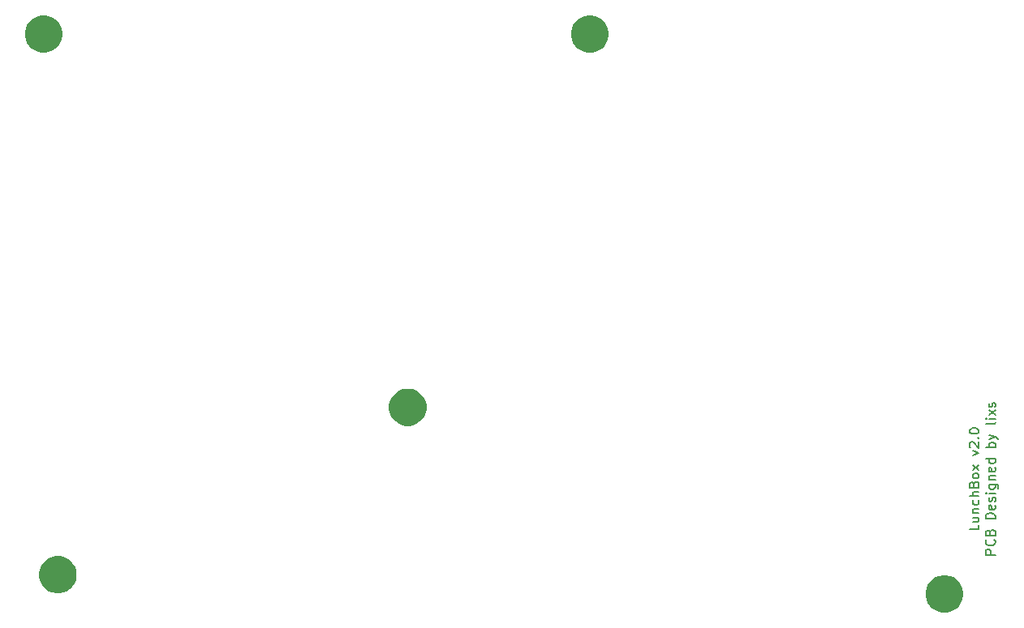
<source format=gbr>
G04 #@! TF.GenerationSoftware,KiCad,Pcbnew,(5.1.2)-2*
G04 #@! TF.CreationDate,2020-04-16T23:42:25+09:00*
G04 #@! TF.ProjectId,17mm topplate,31376d6d-2074-46f7-9070-6c6174652e6b,rev?*
G04 #@! TF.SameCoordinates,Original*
G04 #@! TF.FileFunction,Soldermask,Top*
G04 #@! TF.FilePolarity,Negative*
%FSLAX46Y46*%
G04 Gerber Fmt 4.6, Leading zero omitted, Abs format (unit mm)*
G04 Created by KiCad (PCBNEW (5.1.2)-2) date 2020-04-16 23:42:25*
%MOMM*%
%LPD*%
G04 APERTURE LIST*
%ADD10C,0.200000*%
%ADD11C,0.100000*%
G04 APERTURE END LIST*
D10*
X197102380Y-126785714D02*
X197102380Y-127261904D01*
X196102380Y-127261904D01*
X196435714Y-126023809D02*
X197102380Y-126023809D01*
X196435714Y-126452380D02*
X196959523Y-126452380D01*
X197054761Y-126404761D01*
X197102380Y-126309523D01*
X197102380Y-126166666D01*
X197054761Y-126071428D01*
X197007142Y-126023809D01*
X196435714Y-125547619D02*
X197102380Y-125547619D01*
X196530952Y-125547619D02*
X196483333Y-125500000D01*
X196435714Y-125404761D01*
X196435714Y-125261904D01*
X196483333Y-125166666D01*
X196578571Y-125119047D01*
X197102380Y-125119047D01*
X197054761Y-124214285D02*
X197102380Y-124309523D01*
X197102380Y-124500000D01*
X197054761Y-124595238D01*
X197007142Y-124642857D01*
X196911904Y-124690476D01*
X196626190Y-124690476D01*
X196530952Y-124642857D01*
X196483333Y-124595238D01*
X196435714Y-124500000D01*
X196435714Y-124309523D01*
X196483333Y-124214285D01*
X197102380Y-123785714D02*
X196102380Y-123785714D01*
X197102380Y-123357142D02*
X196578571Y-123357142D01*
X196483333Y-123404761D01*
X196435714Y-123500000D01*
X196435714Y-123642857D01*
X196483333Y-123738095D01*
X196530952Y-123785714D01*
X196578571Y-122547619D02*
X196626190Y-122404761D01*
X196673809Y-122357142D01*
X196769047Y-122309523D01*
X196911904Y-122309523D01*
X197007142Y-122357142D01*
X197054761Y-122404761D01*
X197102380Y-122500000D01*
X197102380Y-122880952D01*
X196102380Y-122880952D01*
X196102380Y-122547619D01*
X196150000Y-122452380D01*
X196197619Y-122404761D01*
X196292857Y-122357142D01*
X196388095Y-122357142D01*
X196483333Y-122404761D01*
X196530952Y-122452380D01*
X196578571Y-122547619D01*
X196578571Y-122880952D01*
X197102380Y-121738095D02*
X197054761Y-121833333D01*
X197007142Y-121880952D01*
X196911904Y-121928571D01*
X196626190Y-121928571D01*
X196530952Y-121880952D01*
X196483333Y-121833333D01*
X196435714Y-121738095D01*
X196435714Y-121595238D01*
X196483333Y-121500000D01*
X196530952Y-121452380D01*
X196626190Y-121404761D01*
X196911904Y-121404761D01*
X197007142Y-121452380D01*
X197054761Y-121500000D01*
X197102380Y-121595238D01*
X197102380Y-121738095D01*
X197102380Y-121071428D02*
X196435714Y-120547619D01*
X196435714Y-121071428D02*
X197102380Y-120547619D01*
X196435714Y-119500000D02*
X197102380Y-119261904D01*
X196435714Y-119023809D01*
X196197619Y-118690476D02*
X196150000Y-118642857D01*
X196102380Y-118547619D01*
X196102380Y-118309523D01*
X196150000Y-118214285D01*
X196197619Y-118166666D01*
X196292857Y-118119047D01*
X196388095Y-118119047D01*
X196530952Y-118166666D01*
X197102380Y-118738095D01*
X197102380Y-118119047D01*
X197007142Y-117690476D02*
X197054761Y-117642857D01*
X197102380Y-117690476D01*
X197054761Y-117738095D01*
X197007142Y-117690476D01*
X197102380Y-117690476D01*
X196102380Y-117023809D02*
X196102380Y-116928571D01*
X196150000Y-116833333D01*
X196197619Y-116785714D01*
X196292857Y-116738095D01*
X196483333Y-116690476D01*
X196721428Y-116690476D01*
X196911904Y-116738095D01*
X197007142Y-116785714D01*
X197054761Y-116833333D01*
X197102380Y-116928571D01*
X197102380Y-117023809D01*
X197054761Y-117119047D01*
X197007142Y-117166666D01*
X196911904Y-117214285D01*
X196721428Y-117261904D01*
X196483333Y-117261904D01*
X196292857Y-117214285D01*
X196197619Y-117166666D01*
X196150000Y-117119047D01*
X196102380Y-117023809D01*
X198802380Y-129904761D02*
X197802380Y-129904761D01*
X197802380Y-129523809D01*
X197850000Y-129428571D01*
X197897619Y-129380952D01*
X197992857Y-129333333D01*
X198135714Y-129333333D01*
X198230952Y-129380952D01*
X198278571Y-129428571D01*
X198326190Y-129523809D01*
X198326190Y-129904761D01*
X198707142Y-128333333D02*
X198754761Y-128380952D01*
X198802380Y-128523809D01*
X198802380Y-128619047D01*
X198754761Y-128761904D01*
X198659523Y-128857142D01*
X198564285Y-128904761D01*
X198373809Y-128952380D01*
X198230952Y-128952380D01*
X198040476Y-128904761D01*
X197945238Y-128857142D01*
X197850000Y-128761904D01*
X197802380Y-128619047D01*
X197802380Y-128523809D01*
X197850000Y-128380952D01*
X197897619Y-128333333D01*
X198278571Y-127571428D02*
X198326190Y-127428571D01*
X198373809Y-127380952D01*
X198469047Y-127333333D01*
X198611904Y-127333333D01*
X198707142Y-127380952D01*
X198754761Y-127428571D01*
X198802380Y-127523809D01*
X198802380Y-127904761D01*
X197802380Y-127904761D01*
X197802380Y-127571428D01*
X197850000Y-127476190D01*
X197897619Y-127428571D01*
X197992857Y-127380952D01*
X198088095Y-127380952D01*
X198183333Y-127428571D01*
X198230952Y-127476190D01*
X198278571Y-127571428D01*
X198278571Y-127904761D01*
X198802380Y-126142857D02*
X197802380Y-126142857D01*
X197802380Y-125904761D01*
X197850000Y-125761904D01*
X197945238Y-125666666D01*
X198040476Y-125619047D01*
X198230952Y-125571428D01*
X198373809Y-125571428D01*
X198564285Y-125619047D01*
X198659523Y-125666666D01*
X198754761Y-125761904D01*
X198802380Y-125904761D01*
X198802380Y-126142857D01*
X198754761Y-124761904D02*
X198802380Y-124857142D01*
X198802380Y-125047619D01*
X198754761Y-125142857D01*
X198659523Y-125190476D01*
X198278571Y-125190476D01*
X198183333Y-125142857D01*
X198135714Y-125047619D01*
X198135714Y-124857142D01*
X198183333Y-124761904D01*
X198278571Y-124714285D01*
X198373809Y-124714285D01*
X198469047Y-125190476D01*
X198754761Y-124333333D02*
X198802380Y-124238095D01*
X198802380Y-124047619D01*
X198754761Y-123952380D01*
X198659523Y-123904761D01*
X198611904Y-123904761D01*
X198516666Y-123952380D01*
X198469047Y-124047619D01*
X198469047Y-124190476D01*
X198421428Y-124285714D01*
X198326190Y-124333333D01*
X198278571Y-124333333D01*
X198183333Y-124285714D01*
X198135714Y-124190476D01*
X198135714Y-124047619D01*
X198183333Y-123952380D01*
X198802380Y-123476190D02*
X198135714Y-123476190D01*
X197802380Y-123476190D02*
X197850000Y-123523809D01*
X197897619Y-123476190D01*
X197850000Y-123428571D01*
X197802380Y-123476190D01*
X197897619Y-123476190D01*
X198135714Y-122571428D02*
X198945238Y-122571428D01*
X199040476Y-122619047D01*
X199088095Y-122666666D01*
X199135714Y-122761904D01*
X199135714Y-122904761D01*
X199088095Y-123000000D01*
X198754761Y-122571428D02*
X198802380Y-122666666D01*
X198802380Y-122857142D01*
X198754761Y-122952380D01*
X198707142Y-123000000D01*
X198611904Y-123047619D01*
X198326190Y-123047619D01*
X198230952Y-123000000D01*
X198183333Y-122952380D01*
X198135714Y-122857142D01*
X198135714Y-122666666D01*
X198183333Y-122571428D01*
X198135714Y-122095238D02*
X198802380Y-122095238D01*
X198230952Y-122095238D02*
X198183333Y-122047619D01*
X198135714Y-121952380D01*
X198135714Y-121809523D01*
X198183333Y-121714285D01*
X198278571Y-121666666D01*
X198802380Y-121666666D01*
X198754761Y-120809523D02*
X198802380Y-120904761D01*
X198802380Y-121095238D01*
X198754761Y-121190476D01*
X198659523Y-121238095D01*
X198278571Y-121238095D01*
X198183333Y-121190476D01*
X198135714Y-121095238D01*
X198135714Y-120904761D01*
X198183333Y-120809523D01*
X198278571Y-120761904D01*
X198373809Y-120761904D01*
X198469047Y-121238095D01*
X198802380Y-119904761D02*
X197802380Y-119904761D01*
X198754761Y-119904761D02*
X198802380Y-120000000D01*
X198802380Y-120190476D01*
X198754761Y-120285714D01*
X198707142Y-120333333D01*
X198611904Y-120380952D01*
X198326190Y-120380952D01*
X198230952Y-120333333D01*
X198183333Y-120285714D01*
X198135714Y-120190476D01*
X198135714Y-120000000D01*
X198183333Y-119904761D01*
X198802380Y-118666666D02*
X197802380Y-118666666D01*
X198183333Y-118666666D02*
X198135714Y-118571428D01*
X198135714Y-118380952D01*
X198183333Y-118285714D01*
X198230952Y-118238095D01*
X198326190Y-118190476D01*
X198611904Y-118190476D01*
X198707142Y-118238095D01*
X198754761Y-118285714D01*
X198802380Y-118380952D01*
X198802380Y-118571428D01*
X198754761Y-118666666D01*
X198135714Y-117857142D02*
X198802380Y-117619047D01*
X198135714Y-117380952D02*
X198802380Y-117619047D01*
X199040476Y-117714285D01*
X199088095Y-117761904D01*
X199135714Y-117857142D01*
X198802380Y-116095238D02*
X198754761Y-116190476D01*
X198659523Y-116238095D01*
X197802380Y-116238095D01*
X198802380Y-115714285D02*
X198135714Y-115714285D01*
X197802380Y-115714285D02*
X197850000Y-115761904D01*
X197897619Y-115714285D01*
X197850000Y-115666666D01*
X197802380Y-115714285D01*
X197897619Y-115714285D01*
X198802380Y-115333333D02*
X198135714Y-114809523D01*
X198135714Y-115333333D02*
X198802380Y-114809523D01*
X198754761Y-114476190D02*
X198802380Y-114380952D01*
X198802380Y-114190476D01*
X198754761Y-114095238D01*
X198659523Y-114047619D01*
X198611904Y-114047619D01*
X198516666Y-114095238D01*
X198469047Y-114190476D01*
X198469047Y-114333333D01*
X198421428Y-114428571D01*
X198326190Y-114476190D01*
X198278571Y-114476190D01*
X198183333Y-114428571D01*
X198135714Y-114333333D01*
X198135714Y-114190476D01*
X198183333Y-114095238D01*
D11*
G36*
X194069085Y-132123975D02*
G01*
X194424143Y-132271045D01*
X194424145Y-132271046D01*
X194743690Y-132484559D01*
X195015441Y-132756310D01*
X195228954Y-133075855D01*
X195228955Y-133075857D01*
X195376025Y-133430915D01*
X195451000Y-133807842D01*
X195451000Y-134192158D01*
X195376025Y-134569085D01*
X195228955Y-134924143D01*
X195228954Y-134924145D01*
X195015441Y-135243690D01*
X194743690Y-135515441D01*
X194424145Y-135728954D01*
X194424144Y-135728955D01*
X194424143Y-135728955D01*
X194069085Y-135876025D01*
X193692158Y-135951000D01*
X193307842Y-135951000D01*
X192930915Y-135876025D01*
X192575857Y-135728955D01*
X192575856Y-135728955D01*
X192575855Y-135728954D01*
X192256310Y-135515441D01*
X191984559Y-135243690D01*
X191771046Y-134924145D01*
X191771045Y-134924143D01*
X191623975Y-134569085D01*
X191549000Y-134192158D01*
X191549000Y-133807842D01*
X191623975Y-133430915D01*
X191771045Y-133075857D01*
X191771046Y-133075855D01*
X191984559Y-132756310D01*
X192256310Y-132484559D01*
X192575855Y-132271046D01*
X192575857Y-132271045D01*
X192930915Y-132123975D01*
X193307842Y-132049000D01*
X193692158Y-132049000D01*
X194069085Y-132123975D01*
X194069085Y-132123975D01*
G37*
G36*
X101569085Y-130123975D02*
G01*
X101924143Y-130271045D01*
X101924145Y-130271046D01*
X102243690Y-130484559D01*
X102515441Y-130756310D01*
X102728954Y-131075855D01*
X102728955Y-131075857D01*
X102876025Y-131430915D01*
X102951000Y-131807842D01*
X102951000Y-132192158D01*
X102876025Y-132569085D01*
X102798473Y-132756311D01*
X102728954Y-132924145D01*
X102515441Y-133243690D01*
X102243690Y-133515441D01*
X101924145Y-133728954D01*
X101924144Y-133728955D01*
X101924143Y-133728955D01*
X101569085Y-133876025D01*
X101192158Y-133951000D01*
X100807842Y-133951000D01*
X100430915Y-133876025D01*
X100075857Y-133728955D01*
X100075856Y-133728955D01*
X100075855Y-133728954D01*
X99756310Y-133515441D01*
X99484559Y-133243690D01*
X99271046Y-132924145D01*
X99201527Y-132756311D01*
X99123975Y-132569085D01*
X99049000Y-132192158D01*
X99049000Y-131807842D01*
X99123975Y-131430915D01*
X99271045Y-131075857D01*
X99271046Y-131075855D01*
X99484559Y-130756310D01*
X99756310Y-130484559D01*
X100075855Y-130271046D01*
X100075857Y-130271045D01*
X100430915Y-130123975D01*
X100807842Y-130049000D01*
X101192158Y-130049000D01*
X101569085Y-130123975D01*
X101569085Y-130123975D01*
G37*
G36*
X138069085Y-112623975D02*
G01*
X138424143Y-112771045D01*
X138424145Y-112771046D01*
X138743690Y-112984559D01*
X139015441Y-113256310D01*
X139228954Y-113575855D01*
X139228955Y-113575857D01*
X139376025Y-113930915D01*
X139451000Y-114307842D01*
X139451000Y-114692158D01*
X139376025Y-115069085D01*
X139228955Y-115424143D01*
X139228954Y-115424145D01*
X139015441Y-115743690D01*
X138743690Y-116015441D01*
X138424145Y-116228954D01*
X138424144Y-116228955D01*
X138424143Y-116228955D01*
X138069085Y-116376025D01*
X137692158Y-116451000D01*
X137307842Y-116451000D01*
X136930915Y-116376025D01*
X136575857Y-116228955D01*
X136575856Y-116228955D01*
X136575855Y-116228954D01*
X136256310Y-116015441D01*
X135984559Y-115743690D01*
X135771046Y-115424145D01*
X135771045Y-115424143D01*
X135623975Y-115069085D01*
X135549000Y-114692158D01*
X135549000Y-114307842D01*
X135623975Y-113930915D01*
X135771045Y-113575857D01*
X135771046Y-113575855D01*
X135984559Y-113256310D01*
X136256310Y-112984559D01*
X136575855Y-112771046D01*
X136575857Y-112771045D01*
X136930915Y-112623975D01*
X137307842Y-112549000D01*
X137692158Y-112549000D01*
X138069085Y-112623975D01*
X138069085Y-112623975D01*
G37*
G36*
X157069085Y-73623975D02*
G01*
X157424143Y-73771045D01*
X157424145Y-73771046D01*
X157743690Y-73984559D01*
X158015441Y-74256310D01*
X158228954Y-74575855D01*
X158228955Y-74575857D01*
X158376025Y-74930915D01*
X158451000Y-75307842D01*
X158451000Y-75692158D01*
X158376025Y-76069085D01*
X158228955Y-76424143D01*
X158228954Y-76424145D01*
X158015441Y-76743690D01*
X157743690Y-77015441D01*
X157424145Y-77228954D01*
X157424144Y-77228955D01*
X157424143Y-77228955D01*
X157069085Y-77376025D01*
X156692158Y-77451000D01*
X156307842Y-77451000D01*
X155930915Y-77376025D01*
X155575857Y-77228955D01*
X155575856Y-77228955D01*
X155575855Y-77228954D01*
X155256310Y-77015441D01*
X154984559Y-76743690D01*
X154771046Y-76424145D01*
X154771045Y-76424143D01*
X154623975Y-76069085D01*
X154549000Y-75692158D01*
X154549000Y-75307842D01*
X154623975Y-74930915D01*
X154771045Y-74575857D01*
X154771046Y-74575855D01*
X154984559Y-74256310D01*
X155256310Y-73984559D01*
X155575855Y-73771046D01*
X155575857Y-73771045D01*
X155930915Y-73623975D01*
X156307842Y-73549000D01*
X156692158Y-73549000D01*
X157069085Y-73623975D01*
X157069085Y-73623975D01*
G37*
G36*
X100069085Y-73623975D02*
G01*
X100424143Y-73771045D01*
X100424145Y-73771046D01*
X100743690Y-73984559D01*
X101015441Y-74256310D01*
X101228954Y-74575855D01*
X101228955Y-74575857D01*
X101376025Y-74930915D01*
X101451000Y-75307842D01*
X101451000Y-75692158D01*
X101376025Y-76069085D01*
X101228955Y-76424143D01*
X101228954Y-76424145D01*
X101015441Y-76743690D01*
X100743690Y-77015441D01*
X100424145Y-77228954D01*
X100424144Y-77228955D01*
X100424143Y-77228955D01*
X100069085Y-77376025D01*
X99692158Y-77451000D01*
X99307842Y-77451000D01*
X98930915Y-77376025D01*
X98575857Y-77228955D01*
X98575856Y-77228955D01*
X98575855Y-77228954D01*
X98256310Y-77015441D01*
X97984559Y-76743690D01*
X97771046Y-76424145D01*
X97771045Y-76424143D01*
X97623975Y-76069085D01*
X97549000Y-75692158D01*
X97549000Y-75307842D01*
X97623975Y-74930915D01*
X97771045Y-74575857D01*
X97771046Y-74575855D01*
X97984559Y-74256310D01*
X98256310Y-73984559D01*
X98575855Y-73771046D01*
X98575857Y-73771045D01*
X98930915Y-73623975D01*
X99307842Y-73549000D01*
X99692158Y-73549000D01*
X100069085Y-73623975D01*
X100069085Y-73623975D01*
G37*
M02*

</source>
